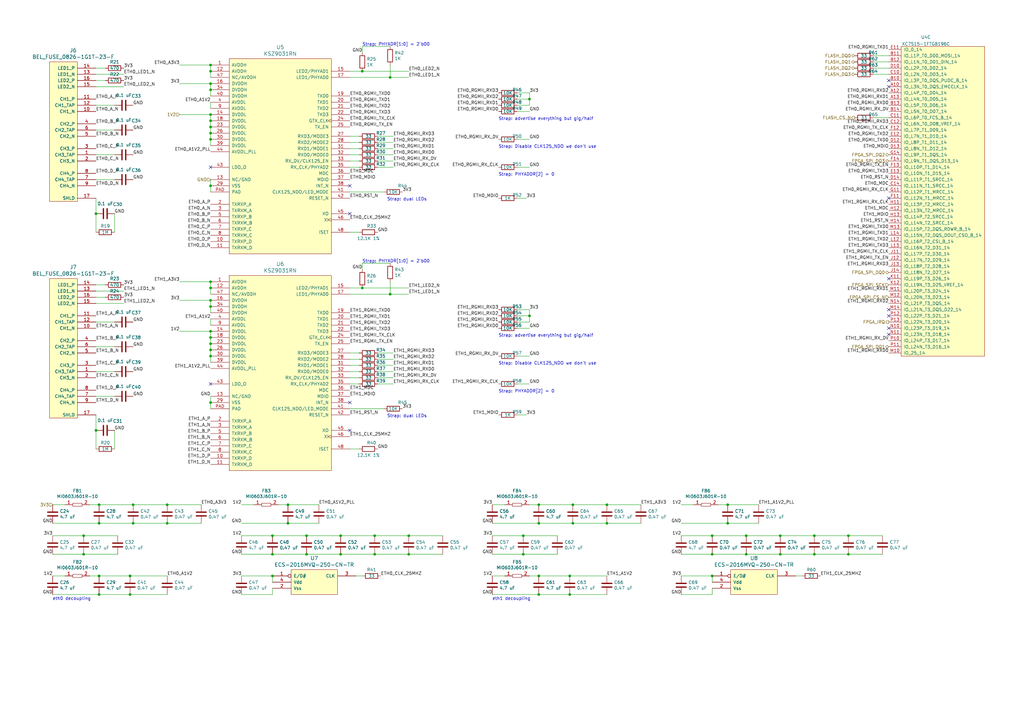
<source format=kicad_sch>
(kicad_sch (version 20211123) (generator eeschema)
  (paper "A3")
  (title_block (title "Active 10/100/1000baseT Tap") (date "2022-12-23") (rev "0.1") (company "Antikernel Labs") (comment 1 "Andrew D. Zonenberg"))
  (junction (at 139.7 227.33))
  (junction (at 86.36 26.67))
  (junction (at 86.36 46.99))
  (junction (at 334.01 227.33))
  (junction (at 86.36 146.05))
  (junction (at 86.36 125.73))
  (junction (at 234.95 214.63))
  (junction (at 40.64 207.01))
  (junction (at 292.1 236.22))
  (junction (at 298.45 214.63))
  (junction (at 320.04 227.33))
  (junction (at 306.07 219.71))
  (junction (at 220.98 236.22))
  (junction (at 220.98 243.84))
  (junction (at 86.36 34.29))
  (junction (at 111.76 219.71))
  (junction (at 125.73 219.71))
  (junction (at 86.36 123.19))
  (junction (at 167.64 227.33))
  (junction (at 220.98 214.63))
  (junction (at 34.29 227.33))
  (junction (at 139.7 219.71))
  (junction (at 160.02 120.65))
  (junction (at 53.34 243.84))
  (junction (at 68.58 207.01))
  (junction (at 306.07 227.33))
  (junction (at 111.76 227.33))
  (junction (at 40.64 236.22))
  (junction (at 233.68 236.22))
  (junction (at 347.98 219.71))
  (junction (at 148.59 118.11))
  (junction (at 217.17 129.54))
  (junction (at 214.63 227.33))
  (junction (at 86.36 135.89))
  (junction (at 86.36 57.15))
  (junction (at 86.36 29.21))
  (junction (at 86.36 143.51))
  (junction (at 248.92 207.01))
  (junction (at 320.04 219.71))
  (junction (at 111.76 236.22))
  (junction (at 68.58 214.63))
  (junction (at 153.67 227.33))
  (junction (at 54.61 214.63))
  (junction (at 86.36 140.97))
  (junction (at 148.59 29.21))
  (junction (at 39.37 176.53))
  (junction (at 160.02 31.75))
  (junction (at 214.63 219.71))
  (junction (at 86.36 36.83))
  (junction (at 53.34 236.22))
  (junction (at 118.11 207.01))
  (junction (at 40.64 243.84))
  (junction (at 86.36 138.43))
  (junction (at 40.64 214.63))
  (junction (at 34.29 219.71))
  (junction (at 248.92 214.63))
  (junction (at 347.98 227.33))
  (junction (at 220.98 207.01))
  (junction (at 153.67 219.71))
  (junction (at 86.36 118.11))
  (junction (at 233.68 243.84))
  (junction (at 167.64 219.71))
  (junction (at 54.61 207.01))
  (junction (at 118.11 214.63))
  (junction (at 86.36 115.57))
  (junction (at 298.45 207.01))
  (junction (at 292.1 227.33))
  (junction (at 86.36 49.53))
  (junction (at 125.73 227.33))
  (junction (at 39.37 87.63))
  (junction (at 217.17 40.64))
  (junction (at 86.36 54.61))
  (junction (at 234.95 207.01))
  (junction (at 86.36 52.07))
  (junction (at 292.1 219.71))
  (junction (at 334.01 219.71))
  (junction (at 86.36 165.1))
  (junction (at 86.36 76.2))
  (no_connect (at 143.51 165.1))
  (no_connect (at 143.51 176.53))
  (no_connect (at 364.49 134.62))
  (no_connect (at 143.51 87.63))
  (no_connect (at 364.49 35.56))
  (no_connect (at 364.49 127))
  (no_connect (at 364.49 129.54))
  (no_connect (at 364.49 114.3))
  (no_connect (at 364.49 137.16))
  (no_connect (at 364.49 81.28))
  (no_connect (at 86.36 157.48))
  (no_connect (at 364.49 33.02))
  (no_connect (at 143.51 76.2))
  (no_connect (at 86.36 68.58))
  (wire (pts (xy 46.99 162.56) (xy 39.37 162.56)))
  (wire (pts (xy 104.14 207.01) (xy 99.06 207.01)))
  (wire (pts (xy 73.66 46.99) (xy 86.36 46.99)))
  (wire (pts (xy 212.09 127) (xy 217.17 127)))
  (wire (pts (xy 86.36 29.21) (xy 86.36 31.75)))
  (wire (pts (xy 40.64 236.22) (xy 36.83 236.22)))
  (wire (pts (xy 86.36 26.67) (xy 86.36 29.21)))
  (wire (pts (xy 39.37 81.28) (xy 39.37 87.63)))
  (wire (pts (xy 86.36 125.73) (xy 86.36 128.27)))
  (wire (pts (xy 181.61 219.71) (xy 167.64 219.71)))
  (wire (pts (xy 39.37 124.46) (xy 50.8 124.46)))
  (wire (pts (xy 161.29 68.58) (xy 154.94 68.58)))
  (wire (pts (xy 167.64 227.33) (xy 181.61 227.33)))
  (wire (pts (xy 143.51 29.21) (xy 148.59 29.21)))
  (wire (pts (xy 86.36 115.57) (xy 86.36 118.11)))
  (wire (pts (xy 46.99 43.18) (xy 39.37 43.18)))
  (wire (pts (xy 212.09 132.08) (xy 217.17 132.08)))
  (wire (pts (xy 234.95 214.63) (xy 248.92 214.63)))
  (wire (pts (xy 161.29 157.48) (xy 154.94 157.48)))
  (wire (pts (xy 46.99 87.63) (xy 46.99 95.25)))
  (wire (pts (xy 99.06 236.22) (xy 111.76 236.22)))
  (wire (pts (xy 328.93 236.22) (xy 326.39 236.22)))
  (wire (pts (xy 147.32 68.58) (xy 143.51 68.58)))
  (wire (pts (xy 39.37 35.56) (xy 50.8 35.56)))
  (wire (pts (xy 68.58 214.63) (xy 82.55 214.63)))
  (wire (pts (xy 36.83 207.01) (xy 40.64 207.01)))
  (wire (pts (xy 212.09 38.1) (xy 217.17 38.1)))
  (wire (pts (xy 86.36 46.99) (xy 86.36 49.53)))
  (wire (pts (xy 217.17 207.01) (xy 220.98 207.01)))
  (wire (pts (xy 54.61 214.63) (xy 68.58 214.63)))
  (wire (pts (xy 40.64 214.63) (xy 54.61 214.63)))
  (wire (pts (xy 43.18 121.92) (xy 39.37 121.92)))
  (wire (pts (xy 153.67 219.71) (xy 139.7 219.71)))
  (wire (pts (xy 21.59 243.84) (xy 40.64 243.84)))
  (wire (pts (xy 233.68 236.22) (xy 220.98 236.22)))
  (wire (pts (xy 358.14 30.48) (xy 364.49 30.48)))
  (wire (pts (xy 86.36 73.66) (xy 86.36 76.2)))
  (wire (pts (xy 118.11 214.63) (xy 130.81 214.63)))
  (wire (pts (xy 320.04 227.33) (xy 334.01 227.33)))
  (wire (pts (xy 279.4 236.22) (xy 292.1 236.22)))
  (wire (pts (xy 73.66 34.29) (xy 86.36 34.29)))
  (wire (pts (xy 214.63 227.33) (xy 228.6 227.33)))
  (wire (pts (xy 46.99 132.08) (xy 39.37 132.08)))
  (wire (pts (xy 201.93 243.84) (xy 220.98 243.84)))
  (wire (pts (xy 284.48 207.01) (xy 279.4 207.01)))
  (wire (pts (xy 361.95 219.71) (xy 347.98 219.71)))
  (wire (pts (xy 217.17 43.18) (xy 217.17 40.64)))
  (wire (pts (xy 99.06 243.84) (xy 111.76 243.84)))
  (wire (pts (xy 160.02 120.65) (xy 167.64 120.65)))
  (wire (pts (xy 167.64 29.21) (xy 148.59 29.21)))
  (wire (pts (xy 82.55 207.01) (xy 68.58 207.01)))
  (wire (pts (xy 148.59 236.22) (xy 146.05 236.22)))
  (wire (pts (xy 358.14 22.86) (xy 364.49 22.86)))
  (wire (pts (xy 306.07 227.33) (xy 320.04 227.33)))
  (wire (pts (xy 292.1 227.33) (xy 306.07 227.33)))
  (wire (pts (xy 73.66 123.19) (xy 86.36 123.19)))
  (wire (pts (xy 347.98 219.71) (xy 334.01 219.71)))
  (wire (pts (xy 86.36 162.56) (xy 86.36 165.1)))
  (wire (pts (xy 292.1 219.71) (xy 279.4 219.71)))
  (wire (pts (xy 86.36 135.89) (xy 86.36 138.43)))
  (wire (pts (xy 167.64 219.71) (xy 153.67 219.71)))
  (wire (pts (xy 248.92 236.22) (xy 233.68 236.22)))
  (wire (pts (xy 148.59 21.59) (xy 148.59 19.05)))
  (wire (pts (xy 215.9 170.18) (xy 212.09 170.18)))
  (wire (pts (xy 147.32 95.25) (xy 143.51 95.25)))
  (wire (pts (xy 217.17 40.64) (xy 217.17 38.1)))
  (wire (pts (xy 34.29 219.71) (xy 48.26 219.71)))
  (wire (pts (xy 139.7 219.71) (xy 125.73 219.71)))
  (wire (pts (xy 201.93 214.63) (xy 220.98 214.63)))
  (wire (pts (xy 73.66 26.67) (xy 86.36 26.67)))
  (wire (pts (xy 86.36 143.51) (xy 86.36 146.05)))
  (wire (pts (xy 143.51 118.11) (xy 148.59 118.11)))
  (wire (pts (xy 147.32 152.4) (xy 143.51 152.4)))
  (wire (pts (xy 99.06 227.33) (xy 111.76 227.33)))
  (wire (pts (xy 212.09 40.64) (xy 217.17 40.64)))
  (wire (pts (xy 21.59 219.71) (xy 34.29 219.71)))
  (wire (pts (xy 53.34 236.22) (xy 40.64 236.22)))
  (wire (pts (xy 154.94 149.86) (xy 161.29 149.86)))
  (wire (pts (xy 148.59 110.49) (xy 148.59 107.95)))
  (wire (pts (xy 217.17 132.08) (xy 217.17 129.54)))
  (wire (pts (xy 46.99 53.34) (xy 39.37 53.34)))
  (wire (pts (xy 125.73 219.71) (xy 111.76 219.71)))
  (wire (pts (xy 34.29 227.33) (xy 48.26 227.33)))
  (wire (pts (xy 147.32 55.88) (xy 143.51 55.88)))
  (wire (pts (xy 207.01 236.22) (xy 201.93 236.22)))
  (wire (pts (xy 154.94 60.96) (xy 161.29 60.96)))
  (wire (pts (xy 86.36 76.2) (xy 86.36 78.74)))
  (wire (pts (xy 73.66 135.89) (xy 86.36 135.89)))
  (wire (pts (xy 111.76 227.33) (xy 125.73 227.33)))
  (wire (pts (xy 161.29 63.5) (xy 154.94 63.5)))
  (wire (pts (xy 40.64 243.84) (xy 53.34 243.84)))
  (wire (pts (xy 43.18 33.02) (xy 39.37 33.02)))
  (wire (pts (xy 139.7 227.33) (xy 153.67 227.33)))
  (wire (pts (xy 147.32 58.42) (xy 143.51 58.42)))
  (wire (pts (xy 262.89 207.01) (xy 248.92 207.01)))
  (wire (pts (xy 160.02 120.65) (xy 143.51 120.65)))
  (wire (pts (xy 217.17 68.58) (xy 212.09 68.58)))
  (wire (pts (xy 161.29 147.32) (xy 154.94 147.32)))
  (wire (pts (xy 217.17 57.15) (xy 212.09 57.15)))
  (wire (pts (xy 154.94 66.04) (xy 161.29 66.04)))
  (wire (pts (xy 54.61 207.01) (xy 40.64 207.01)))
  (wire (pts (xy 86.36 36.83) (xy 86.36 39.37)))
  (wire (pts (xy 118.11 207.01) (xy 114.3 207.01)))
  (wire (pts (xy 125.73 227.33) (xy 139.7 227.33)))
  (wire (pts (xy 148.59 107.95) (xy 160.02 107.95)))
  (wire (pts (xy 39.37 27.94) (xy 43.18 27.94)))
  (wire (pts (xy 86.36 165.1) (xy 86.36 167.64)))
  (wire (pts (xy 39.37 30.48) (xy 50.8 30.48)))
  (wire (pts (xy 111.76 219.71) (xy 99.06 219.71)))
  (wire (pts (xy 214.63 219.71) (xy 228.6 219.71)))
  (wire (pts (xy 160.02 26.67) (xy 160.02 31.75)))
  (wire (pts (xy 279.4 214.63) (xy 298.45 214.63)))
  (wire (pts (xy 111.76 236.22) (xy 111.76 238.76)))
  (wire (pts (xy 153.67 227.33) (xy 167.64 227.33)))
  (wire (pts (xy 46.99 73.66) (xy 39.37 73.66)))
  (wire (pts (xy 234.95 207.01) (xy 220.98 207.01)))
  (wire (pts (xy 86.36 140.97) (xy 86.36 143.51)))
  (wire (pts (xy 347.98 227.33) (xy 361.95 227.33)))
  (wire (pts (xy 160.02 115.57) (xy 160.02 120.65)))
  (wire (pts (xy 86.36 34.29) (xy 86.36 36.83)))
  (wire (pts (xy 39.37 63.5) (xy 46.99 63.5)))
  (wire (pts (xy 167.64 118.11) (xy 148.59 118.11)))
  (wire (pts (xy 86.36 41.91) (xy 86.36 44.45)))
  (wire (pts (xy 147.32 184.15) (xy 143.51 184.15)))
  (wire (pts (xy 220.98 236.22) (xy 217.17 236.22)))
  (wire (pts (xy 212.09 43.18) (xy 217.17 43.18)))
  (wire (pts (xy 86.36 52.07) (xy 86.36 54.61)))
  (wire (pts (xy 157.48 78.74) (xy 143.51 78.74)))
  (wire (pts (xy 86.36 54.61) (xy 86.36 57.15)))
  (wire (pts (xy 358.14 27.94) (xy 364.49 27.94)))
  (wire (pts (xy 306.07 219.71) (xy 292.1 219.71)))
  (wire (pts (xy 46.99 176.53) (xy 46.99 184.15)))
  (wire (pts (xy 39.37 116.84) (xy 43.18 116.84)))
  (wire (pts (xy 86.36 57.15) (xy 86.36 59.69)))
  (wire (pts (xy 320.04 219.71) (xy 306.07 219.71)))
  (wire (pts (xy 86.36 146.05) (xy 86.36 148.59)))
  (wire (pts (xy 147.32 147.32) (xy 143.51 147.32)))
  (wire (pts (xy 86.36 123.19) (xy 86.36 125.73)))
  (wire (pts (xy 39.37 152.4) (xy 46.99 152.4)))
  (wire (pts (xy 212.09 129.54) (xy 217.17 129.54)))
  (wire (pts (xy 220.98 214.63) (xy 234.95 214.63)))
  (wire (pts (xy 217.17 146.05) (xy 212.09 146.05)))
  (wire (pts (xy 154.94 154.94) (xy 161.29 154.94)))
  (wire (pts (xy 217.17 157.48) (xy 212.09 157.48)))
  (wire (pts (xy 147.32 63.5) (xy 143.51 63.5)))
  (wire (pts (xy 86.36 138.43) (xy 86.36 140.97)))
  (wire (pts (xy 21.59 214.63) (xy 40.64 214.63)))
  (wire (pts (xy 161.29 58.42) (xy 154.94 58.42)))
  (wire (pts (xy 298.45 207.01) (xy 294.64 207.01)))
  (wire (pts (xy 39.37 119.38) (xy 50.8 119.38)))
  (wire (pts (xy 147.32 154.94) (xy 143.51 154.94)))
  (wire (pts (xy 147.32 157.48) (xy 143.51 157.48)))
  (wire (pts (xy 248.92 207.01) (xy 234.95 207.01)))
  (wire (pts (xy 147.32 66.04) (xy 143.51 66.04)))
  (wire (pts (xy 292.1 243.84) (xy 292.1 241.3)))
  (wire (pts (xy 21.59 227.33) (xy 34.29 227.33)))
  (wire (pts (xy 147.32 60.96) (xy 143.51 60.96)))
  (wire (pts (xy 147.32 149.86) (xy 143.51 149.86)))
  (wire (pts (xy 201.93 227.33) (xy 214.63 227.33)))
  (wire (pts (xy 279.4 243.84) (xy 292.1 243.84)))
  (wire (pts (xy 130.81 207.01) (xy 118.11 207.01)))
  (wire (pts (xy 248.92 214.63) (xy 262.89 214.63)))
  (wire (pts (xy 160.02 31.75) (xy 167.64 31.75)))
  (wire (pts (xy 154.94 144.78) (xy 161.29 144.78)))
  (wire (pts (xy 147.32 144.78) (xy 143.51 144.78)))
  (wire (pts (xy 39.37 87.63) (xy 39.37 95.25)))
  (wire (pts (xy 334.01 219.71) (xy 320.04 219.71)))
  (wire (pts (xy 86.36 118.11) (xy 86.36 120.65)))
  (wire (pts (xy 220.98 243.84) (xy 233.68 243.84)))
  (wire (pts (xy 154.94 55.88) (xy 161.29 55.88)))
  (wire (pts (xy 217.17 129.54) (xy 217.17 127)))
  (wire (pts (xy 279.4 227.33) (xy 292.1 227.33)))
  (wire (pts (xy 39.37 176.53) (xy 39.37 184.15)))
  (wire (pts (xy 26.67 207.01) (xy 21.59 207.01)))
  (wire (pts (xy 292.1 236.22) (xy 292.1 238.76)))
  (wire (pts (xy 39.37 170.18) (xy 39.37 176.53)))
  (wire (pts (xy 311.15 207.01) (xy 298.45 207.01)))
  (wire (pts (xy 53.34 243.84) (xy 68.58 243.84)))
  (wire (pts (xy 73.66 115.57) (xy 86.36 115.57)))
  (wire (pts (xy 334.01 227.33) (xy 347.98 227.33)))
  (wire (pts (xy 86.36 130.81) (xy 86.36 133.35)))
  (wire (pts (xy 207.01 207.01) (xy 201.93 207.01)))
  (wire (pts (xy 68.58 236.22) (xy 53.34 236.22)))
  (wire (pts (xy 358.14 48.26) (xy 364.49 48.26)))
  (wire (pts (xy 68.58 207.01) (xy 54.61 207.01)))
  (wire (pts (xy 217.17 45.72) (xy 212.09 45.72)))
  (wire (pts (xy 157.48 167.64) (xy 143.51 167.64)))
  (wire (pts (xy 233.68 243.84) (xy 248.92 243.84)))
  (wire (pts (xy 161.29 152.4) (xy 154.94 152.4)))
  (wire (pts (xy 298.45 214.63) (xy 311.15 214.63)))
  (wire (pts (xy 217.17 134.62) (xy 212.09 134.62)))
  (wire (pts (xy 201.93 219.71) (xy 214.63 219.71)))
  (wire (pts (xy 148.59 19.05) (xy 160.02 19.05)))
  (wire (pts (xy 46.99 142.24) (xy 39.37 142.24)))
  (wire (pts (xy 26.67 236.22) (xy 21.59 236.22)))
  (wire (pts (xy 86.36 49.53) (xy 86.36 52.07)))
  (wire (pts (xy 160.02 31.75) (xy 143.51 31.75)))
  (wire (pts (xy 358.14 25.4) (xy 364.49 25.4)))
  (wire (pts (xy 215.9 81.28) (xy 212.09 81.28)))
  (wire (pts (xy 99.06 214.63) (xy 118.11 214.63)))
  (wire (pts (xy 111.76 243.84) (xy 111.76 241.3)))
  (text "Strap: advertise everything but gig/half" (at 204.47 138.43 0) (effects (font (size 1.27 1.27)) (justify left bottom)))
  (text "Strap: dual LEDs" (at 158.75 82.55 0) (effects (font (size 1.27 1.27)) (justify left bottom)))
  (text "Strap: PHYADDR[2] = 0" (at 204.47 72.39 0) (effects (font (size 1.27 1.27)) (justify left bottom)))
  (text "Strap: dual LEDs" (at 158.75 171.45 0) (effects (font (size 1.27 1.27)) (justify left bottom)))
  (text "Strap: PHYADDR[2] = 0" (at 204.47 161.29 0) (effects (font (size 1.27 1.27)) (justify left bottom)))
  (text "eth1 decoupling" (at 201.93 246.38 0) (effects (font (size 1.27 1.27)) (justify left bottom)))
  (text "Strap: advertise everything but gig/half" (at 204.47 49.53 0) (effects (font (size 1.27 1.27)) (justify left bottom)))
  (text "Strap: PHYADR[1:0] = 2'b00" (at 148.59 19.05 0) (effects (font (size 1.27 1.27)) (justify left bottom)))
  (text "Strap: PHYADR[1:0] = 2'b00" (at 148.59 107.95 0) (effects (font (size 1.27 1.27)) (justify left bottom)))
  (text "Strap: Disable CLK125_NDO we don't use" (at 204.47 149.86 0) (effects (font (size 1.27 1.27)) (justify left bottom)))
  (text "Strap: Disable CLK125_NDO we don't use" (at 204.47 60.96 0) (effects (font (size 1.27 1.27)) (justify left bottom)))
  (text "eth0 decoupling" (at 21.59 246.38 0) (effects (font (size 1.27 1.27)) (justify left bottom)))
  (label "ETH1_A_P" (at 86.36 172.72 180))
  (label "ETH0_LED2_N" (at 50.8 35.56 0))
  (label "ETH0_RGMII_TXD1" (at 143.51 41.91 0))
  (label "ETH1_RGMII_TXD1" (at 364.49 96.52 180))
  (label "ETH0_RGMII_RXD0" (at 364.49 43.18 180))
  (label "3V3" (at 217.17 38.1 0))
  (label "ETH1_A1V2_PLL" (at 311.15 207.01 0))
  (label "ETH0_RGMII_RX_DV" (at 204.47 57.15 180))
  (label "ETH1_A_P" (at 39.37 129.54 0))
  (label "3V3" (at 21.59 219.71 180))
  (label "1V2" (at 279.4 219.71 180))
  (label "ETH0_RGMII_TXD3" (at 364.49 71.12 180))
  (label "3V3" (at 50.8 121.92 0))
  (label "ETH0_B_N" (at 86.36 91.44 180))
  (label "ETH1_RGMII_RXD3" (at 364.49 109.22 180))
  (label "ETH1_D_P" (at 39.37 160.02 0))
  (label "ETH1_RGMII_TX_CLK" (at 364.49 104.14 180))
  (label "ETH0_RGMII_RXD3" (at 161.29 55.88 0))
  (label "ETH0_RGMII_TXD0" (at 143.51 39.37 0))
  (label "ETH1_RGMII_TX_CLK" (at 143.51 138.43 0))
  (label "ETH0_RGMII_RXD1" (at 204.47 43.18 180))
  (label "3V3" (at 50.8 116.84 0))
  (label "GND" (at 217.17 146.05 0))
  (label "3V3" (at 50.8 27.94 0))
  (label "3V3" (at 217.17 127 0))
  (label "GND" (at 201.93 227.33 180))
  (label "3V3" (at 50.8 33.02 0))
  (label "ETH1_RST_N" (at 143.51 170.18 0))
  (label "GND" (at 99.06 227.33 180))
  (label "GND" (at 54.61 162.56 0))
  (label "ETH1_RGMII_RX_DV" (at 204.47 146.05 180))
  (label "ETH1_RST_N" (at 364.49 91.44 180))
  (label "ETH0_A1V2" (at 86.36 41.91 180))
  (label "1V2" (at 73.66 135.89 180))
  (label "ETH0_C_P" (at 39.37 60.96 0))
  (label "1V2" (at 201.93 236.22 180))
  (label "ETH0_RGMII_TX_EN" (at 143.51 52.07 0))
  (label "GND" (at 279.4 243.84 180))
  (label "ETH0_RGMII_TXD0" (at 364.49 58.42 180))
  (label "GND" (at 86.36 162.56 180))
  (label "ETH1_LED1_N" (at 167.64 120.65 0))
  (label "1V2" (at 99.06 207.01 180))
  (label "ETH0_A1V2_PLL" (at 130.81 207.01 0))
  (label "GND" (at 217.17 157.48 0))
  (label "ETH1_RGMII_TXD0" (at 364.49 93.98 180))
  (label "ETH0_CLK_25MHZ" (at 156.21 236.22 0))
  (label "GND" (at 54.61 142.24 0))
  (label "ETH0_LED1_N" (at 167.64 31.75 0))
  (label "ETH1_RGMII_RXD3" (at 161.29 144.78 0))
  (label "GND" (at 46.99 87.63 0))
  (label "ETH0_A1V2" (at 68.58 236.22 0))
  (label "ETH1_MDC" (at 143.51 160.02 0))
  (label "ETH0_RGMII_TX_CLK" (at 143.51 49.53 0))
  (label "ETH0_RST_N" (at 364.49 73.66 180))
  (label "ETH1_RGMII_RXD2" (at 364.49 124.46 180))
  (label "ETH1_LED2_N" (at 50.8 124.46 0))
  (label "3V3" (at 201.93 219.71 180))
  (label "GND" (at 217.17 45.72 0))
  (label "ETH1_RGMII_RX_CLK" (at 364.49 83.82 180))
  (label "ETH0_C_N" (at 86.36 96.52 180))
  (label "GND" (at 54.61 73.66 0))
  (label "ETH0_D_N" (at 86.36 101.6 180))
  (label "ETH0_RGMII_TX_EN" (at 364.49 68.58 180))
  (label "ETH0_MDC" (at 143.51 71.12 0))
  (label "ETH1_B_N" (at 39.37 144.78 0))
  (label "ETH1_C_N" (at 86.36 185.42 180))
  (label "ETH1_A_N" (at 39.37 134.62 0))
  (label "GND" (at 99.06 243.84 180))
  (label "ETH0_RGMII_RXD3" (at 204.47 38.1 180))
  (label "ETH1_RGMII_RXD1" (at 204.47 132.08 180))
  (label "ETH1_RGMII_RX_CLK" (at 204.47 157.48 180))
  (label "ETH1_RGMII_RXD2" (at 204.47 129.54 180))
  (label "ETH0_RGMII_RX_DV" (at 364.49 45.72 180))
  (label "ETH1_A_N" (at 86.36 175.26 180))
  (label "GND" (at 154.94 95.25 0))
  (label "ETH1_D_P" (at 86.36 187.96 180))
  (label "GND" (at 201.93 243.84 180))
  (label "GND" (at 154.94 184.15 0))
  (label "ETH0_RGMII_RXD0" (at 161.29 63.5 0))
  (label "ETH1_RGMII_TX_EN" (at 143.51 140.97 0))
  (label "ETH1_RGMII_RXD2" (at 161.29 147.32 0))
  (label "ETH0_MDIO" (at 204.47 81.28 180))
  (label "ETH0_RGMII_RX_CLK" (at 204.47 68.58 180))
  (label "ETH1_MDC" (at 364.49 86.36 180))
  (label "GND" (at 54.61 132.08 0))
  (label "ETH0_A3V3" (at 82.55 207.01 0))
  (label "ETH1_C_P" (at 39.37 149.86 0))
  (label "ETH0_MDC" (at 364.49 76.2 180))
  (label "GND" (at 148.59 110.49 180))
  (label "3V3" (at 279.4 236.22 180))
  (label "ETH0_RGMII_RXD1" (at 364.49 40.64 180))
  (label "ETH1_D_N" (at 39.37 165.1 0))
  (label "ETH1_RGMII_RXD3" (at 204.47 127 180))
  (label "ETH1_RGMII_RXD0" (at 204.47 134.62 180))
  (label "ETH0_A_P" (at 39.37 40.64 0))
  (label "ETH0_RGMII_RXD2" (at 161.29 58.42 0))
  (label "ETH1_MDIO" (at 204.47 170.18 180))
  (label "ETH0_RGMII_TX_CLK" (at 364.49 53.34 180))
  (label "ETH1_RGMII_RX_DV" (at 364.49 139.7 180))
  (label "GND" (at 99.06 214.63 180))
  (label "ETH1_RGMII_RXD1" (at 364.49 119.38 180))
  (label "ETH1_RGMII_RXD0" (at 161.29 152.4 0))
  (label "ETH0_RST_N" (at 143.51 81.28 0))
  (label "ETH1_RGMII_RX_DV" (at 161.29 154.94 0))
  (label "ETH1_LED2_N" (at 167.64 118.11 0))
  (label "ETH1_RGMII_TXD3" (at 143.51 135.89 0))
  (label "ETH0_D_N" (at 39.37 76.2 0))
  (label "ETH0_LED2_N" (at 167.64 29.21 0))
  (label "3V3" (at 201.93 207.01 180))
  (label "ETH0_RGMII_RXD0" (at 204.47 45.72 180))
  (label "ETH1_RGMII_TXD2" (at 143.51 133.35 0))
  (label "GND" (at 201.93 214.63 180))
  (label "GND" (at 21.59 243.84 180))
  (label "ETH1_A3V3" (at 262.89 207.01 0))
  (label "ETH0_RGMII_TXD3" (at 143.51 46.99 0))
  (label "GND" (at 21.59 214.63 180))
  (label "GND" (at 217.17 68.58 0))
  (label "ETH0_D_P" (at 39.37 71.12 0))
  (label "ETH1_C_N" (at 39.37 154.94 0))
  (label "ETH0_RGMII_TXD2" (at 364.49 55.88 180))
  (label "ETH0_RGMII_TXD1" (at 364.49 20.32 180))
  (label "ETH0_A3V3" (at 73.66 26.67 180))
  (label "GND" (at 148.59 21.59 180))
  (label "ETH1_RGMII_TXD1" (at 143.51 130.81 0))
  (label "ETH1_A3V3" (at 73.66 115.57 180))
  (label "GND" (at 21.59 227.33 180))
  (label "1V2" (at 21.59 236.22 180))
  (label "3V3" (at 73.66 34.29 180))
  (label "ETH1_B_P" (at 86.36 177.8 180))
  (label "3V3" (at 215.9 81.28 0))
  (label "ETH1_A1V2" (at 86.36 130.81 180))
  (label "GND" (at 217.17 57.15 0))
  (label "3V3" (at 99.06 236.22 180))
  (label "ETH1_MDIO" (at 143.51 162.56 0))
  (label "1V2" (at 279.4 207.01 180))
  (label "ETH1_CLK_25MHZ" (at 336.55 236.22 0))
  (label "GND" (at 217.17 134.62 0))
  (label "GND" (at 54.61 152.4 0))
  (label "ETH1_RGMII_TXD0" (at 143.51 128.27 0))
  (label "ETH0_RGMII_RX_DV" (at 161.29 66.04 0))
  (label "ETH0_B_P" (at 86.36 88.9 180))
  (label "ETH1_A1V2_PLL" (at 86.36 151.13 180))
  (label "ETH1_B_P" (at 39.37 139.7 0))
  (label "3V3" (at 165.1 78.74 0))
  (label "ETH1_B_N" (at 86.36 180.34 180))
  (label "ETH0_A_N" (at 86.36 86.36 180))
  (label "3V3" (at 165.1 167.64 0))
  (label "ETH0_MDIO" (at 364.49 60.96 180))
  (label "ETH0_RGMII_RXD2" (at 204.47 40.64 180))
  (label "ETH0_C_N" (at 39.37 66.04 0))
  (label "GND" (at 54.61 63.5 0))
  (label "ETH1_C_P" (at 86.36 182.88 180))
  (label "ETH0_CLK_25MHZ" (at 143.51 90.17 0))
  (label "ETH1_MDIO" (at 364.49 88.9 180))
  (label "GND" (at 54.61 53.34 0))
  (label "GND" (at 54.61 43.18 0))
  (label "ETH0_A_N" (at 39.37 45.72 0))
  (label "GND" (at 279.4 227.33 180))
  (label "ETH1_RGMII_RX_CLK" (at 161.29 157.48 0))
  (label "ETH1_LED1_N" (at 50.8 119.38 0))
  (label "ETH1_RGMII_TX_EN" (at 364.49 106.68 180))
  (label "ETH1_RGMII_TXD3" (at 364.49 101.6 180))
  (label "1V2" (at 99.06 219.71 180))
  (label "ETH0_RGMII_TXD2" (at 143.51 44.45 0))
  (label "ETH0_C_P" (at 86.36 93.98 180))
  (label "ETH1_RGMII_TXD2" (at 364.49 99.06 180))
  (label "ETH0_RGMII_RXD3" (at 364.49 50.8 180))
  (label "GND" (at 279.4 214.63 180))
  (label "ETH1_RGMII_RXD1" (at 161.29 149.86 0))
  (label "ETH0_B_N" (at 39.37 55.88 0))
  (label "ETH0_A_P" (at 86.36 83.82 180))
  (label "3V3" (at 73.66 123.19 180))
  (label "ETH0_A1V2_PLL" (at 86.36 62.23 180))
  (label "ETH1_CLK_25MHZ" (at 143.51 179.07 0))
  (label "3V3" (at 215.9 170.18 0))
  (label "ETH0_B_P" (at 39.37 50.8 0))
  (label "ETH0_RGMII_RX_CLK" (at 161.29 68.58 0))
  (label "ETH0_RGMII_RXD2" (at 364.49 38.1 180))
  (label "ETH1_RGMII_RXD0" (at 364.49 144.78 180))
  (label "ETH0_RGMII_RXD1" (at 161.29 60.96 0))
  (label "ETH0_RGMII_RX_CLK" (at 364.49 78.74 180))
  (label "ETH0_LED1_N" (at 50.8 30.48 0))
  (label "ETH0_MDIO" (at 143.51 73.66 0))
  (label "GND" (at 46.99 176.53 0))
  (label "ETH1_D_N" (at 86.36 190.5 180))
  (label "ETH0_D_P" (at 86.36 99.06 180))
  (label "ETH1_A1V2" (at 248.92 236.22 0))
  (hierarchical_label "FLASH_DQ0" (shape bidirectional) (at 350.52 22.86 180))
  (hierarchical_label "FPGA_SPI_CS_N" (shape input) (at 364.49 121.92 180))
  (hierarchical_label "FLASH_DQ2" (shape bidirectional) (at 350.52 27.94 180))
  (hierarchical_label "FLASH_DQ1" (shape bidirectional) (at 350.52 25.4 180))
  (hierarchical_label "FPGA_SPI_DQ2" (shape bidirectional) (at 364.49 63.5 180))
  (hierarchical_label "FPGA_SPI_DQ3" (shape bidirectional) (at 364.49 66.04 180))
  (hierarchical_label "FPGA_SPI_SCK" (shape input) (at 364.49 116.84 180))
  (hierarchical_label "FPGA_IRQ" (shape output) (at 364.49 132.08 180))
  (hierarchical_label "FLASH_CS_N" (shape output) (at 350.52 48.26 180))
  (hierarchical_label "1V2" (shape input) (at 73.66 46.99 180))
  (hierarchical_label "3V3" (shape input) (at 21.59 207.01 180))
  (hierarchical_label "GND" (shape input) (at 86.36 73.66 180))
  (hierarchical_label "FLASH_DQ3" (shape bidirectional) (at 350.52 30.48 180))
  (hierarchical_label "FPGA_SPI_DQ1" (shape bidirectional) (at 364.49 142.24 180))
  (hierarchical_label "FPGA_SPI_DQ0" (shape bidirectional) (at 364.49 111.76 180))
  (symbol (lib_id "device:R") (at 43.18 95.25 270) (unit 1)
    (property "Reference" "R19" (at 43.18 92.71 90))
    (property "Value" "1M" (at 43.18 95.25 90))
    (property "Footprint" "azonenberg_pcb:EIA_0402_RES_NOSILK" (effects hide))
  )
  (symbol (lib_id "device:R") (at 151.13 55.88 270) (unit 1)
    (property "Reference" "R27" (at 156.21 54.61 90))
    (property "Value" "33" (at 151.13 55.88 90))
    (property "Footprint" "azonenberg_pcb:EIA_0402_RES_NOSILK" (effects hide))
  )
  (symbol (lib_id "device:C") (at 53.34 240.03 0) (unit 1)
    (property "Reference" "C41" (at 56.261 238.8616 0) (effects (justify left)))
    (property "Value" "0.47 uF" (at 56.261 241.173 0) (effects (justify left)))
    (property "Footprint" "azonenberg_pcb:EIA_0402_CAP_NOSILK" (effects hide))
  )
  (symbol (lib_id "device:R") (at 208.28 68.58 270) (unit 1)
    (property "Reference" "R51" (at 212.09 67.31 90))
    (property "Value" "10K" (at 208.28 68.58 90))
    (property "Footprint" "azonenberg_pcb:EIA_0402_RES_NOSILK" (effects hide))
  )
  (symbol (lib_id "passive-azonenberg:FERRITE_SMALL2") (at 212.09 207.01 0) (unit 1)
    (property "Reference" "FB4" (at 212.09 201.295 0))
    (property "Value" "MI0603J601R-10" (at 212.09 203.6064 0))
    (property "Footprint" "azonenberg_pcb:EIA_0603_INDUCTOR_NOSILK" (effects hide))
  )
  (symbol (lib_id "device:C") (at 118.11 210.82 0) (unit 1)
    (property "Reference" "C49" (at 121.031 209.6516 0) (effects (justify left)))
    (property "Value" "4.7 uF" (at 121.031 211.963 0) (effects (justify left)))
    (property "Footprint" "azonenberg_pcb:EIA_0603_CAP_NOSILK" (effects hide))
  )
  (symbol (lib_id "special-azonenberg:KSZ9031RN") (at 93.98 193.04 0) (unit 1)
    (property "Reference" "U6" (at 114.935 108.2802 0) (effects (font (size 1.524 1.524))))
    (property "Value" "KSZ9031RN" (at 114.935 110.9726 0) (effects (font (size 1.524 1.524))))
    (property "Footprint" "azonenberg_pcb:QFN_48_0.5MM_7x7MM" (effects hide))
  )
  (symbol (lib_id "device:C") (at 153.67 223.52 0) (unit 1)
    (property "Reference" "C53" (at 156.591 222.3516 0) (effects (justify left)))
    (property "Value" "0.47 uF" (at 156.591 224.663 0) (effects (justify left)))
    (property "Footprint" "azonenberg_pcb:EIA_0402_CAP_NOSILK" (effects hide))
  )
  (symbol (lib_id "device:R") (at 354.33 30.48 90) (unit 1)
    (property "Reference" "R64" (at 358.14 29.21 90))
    (property "Value" "33" (at 354.33 30.48 90))
    (property "Footprint" "azonenberg_pcb:EIA_0402_RES_NOSILK" (effects hide))
  )
  (symbol (lib_id "device:C") (at 248.92 210.82 0) (unit 1)
    (property "Reference" "C65" (at 251.841 209.6516 0) (effects (justify left)))
    (property "Value" "0.47 uF" (at 251.841 211.963 0) (effects (justify left)))
    (property "Footprint" "azonenberg_pcb:EIA_0402_CAP_NOSILK" (effects hide))
  )
  (symbol (lib_id "device:R") (at 148.59 25.4 0) (unit 1)
    (property "Reference" "R25" (at 150.368 24.2316 0) (effects (justify left)))
    (property "Value" "1K" (at 150.368 26.543 0) (effects (justify left)))
    (property "Footprint" "azonenberg_pcb:EIA_0402_RES_NOSILK" (effects hide))
  )
  (symbol (lib_id "device:C") (at 50.8 162.56 270) (unit 1)
    (property "Reference" "C40" (at 55.88 158.75 90))
    (property "Value" "0.1 uF" (at 50.8 158.4706 90))
    (property "Footprint" "azonenberg_pcb:EIA_0402_CAP_NOSILK" (effects hide))
  )
  (symbol (lib_id "device:R") (at 160.02 22.86 0) (unit 1)
    (property "Reference" "R42" (at 161.798 21.6916 0) (effects (justify left)))
    (property "Value" "1K" (at 161.798 24.003 0) (effects (justify left)))
    (property "Footprint" "azonenberg_pcb:EIA_0402_RES_NOSILK" (effects hide))
  )
  (symbol (lib_id "osc-azonenberg:OSC") (at 129.54 236.22 0) (unit 1)
    (property "Reference" "U7" (at 128.905 228.9302 0) (effects (font (size 1.524 1.524))))
    (property "Value" "ECS-2016MVQ-250-CN-TR" (at 128.905 231.6226 0) (effects (font (size 1.524 1.524))))
    (property "Footprint" "azonenberg_pcb:OSCILLATOR_2.0x1.6" (effects hide))
  )
  (symbol (lib_id "device:R") (at 208.28 45.72 270) (unit 1)
    (property "Reference" "R49" (at 212.09 44.45 90))
    (property "Value" "10K" (at 208.28 45.72 90))
    (property "Footprint" "azonenberg_pcb:EIA_0402_RES_NOSILK" (effects hide))
  )
  (symbol (lib_id "special-azonenberg:KSZ9031RN") (at 93.98 104.14 0) (unit 1)
    (property "Reference" "U5" (at 114.935 19.3802 0) (effects (font (size 1.524 1.524))))
    (property "Value" "KSZ9031RN" (at 114.935 22.0726 0) (effects (font (size 1.524 1.524))))
    (property "Footprint" "azonenberg_pcb:QFN_48_0.5MM_7x7MM" (effects hide))
  )
  (symbol (lib_id "device:C") (at 40.64 240.03 0) (unit 1)
    (property "Reference" "C29" (at 43.561 238.8616 0) (effects (justify left)))
    (property "Value" "4.7 uF" (at 43.561 241.173 0) (effects (justify left)))
    (property "Footprint" "azonenberg_pcb:EIA_0603_CAP_NOSILK" (effects hide))
  )
  (symbol (lib_id "device:R") (at 151.13 154.94 270) (unit 1)
    (property "Reference" "R38" (at 156.21 153.67 90))
    (property "Value" "33" (at 151.13 154.94 90))
    (property "Footprint" "azonenberg_pcb:EIA_0402_RES_NOSILK" (effects hide))
  )
  (symbol (lib_id "device:R") (at 208.28 43.18 270) (unit 1)
    (property "Reference" "R48" (at 212.09 41.91 90))
    (property "Value" "10K" (at 208.28 43.18 90))
    (property "Footprint" "azonenberg_pcb:EIA_0402_RES_NOSILK" (effects hide))
  )
  (symbol (lib_id "device:C") (at 279.4 223.52 0) (unit 1)
    (property "Reference" "C68" (at 282.321 222.3516 0) (effects (justify left)))
    (property "Value" "4.7 uF" (at 282.321 224.663 0) (effects (justify left)))
    (property "Footprint" "azonenberg_pcb:EIA_0603_CAP_NOSILK" (effects hide))
  )
  (symbol (lib_id "device:C") (at 48.26 223.52 0) (unit 1)
    (property "Reference" "C32" (at 51.181 222.3516 0) (effects (justify left)))
    (property "Value" "0.47 uF" (at 51.181 224.663 0) (effects (justify left)))
    (property "Footprint" "azonenberg_pcb:EIA_0402_CAP_NOSILK" (effects hide))
  )
  (symbol (lib_id "device:R") (at 208.28 146.05 270) (unit 1)
    (property "Reference" "R57" (at 212.09 144.78 90))
    (property "Value" "10K" (at 208.28 146.05 90))
    (property "Footprint" "azonenberg_pcb:EIA_0402_RES_NOSILK" (effects hide))
  )
  (symbol (lib_id "device:C") (at 262.89 210.82 0) (unit 1)
    (property "Reference" "C67" (at 265.811 209.6516 0) (effects (justify left)))
    (property "Value" "0.47 uF" (at 265.811 211.963 0) (effects (justify left)))
    (property "Footprint" "azonenberg_pcb:EIA_0402_CAP_NOSILK" (effects hide))
  )
  (symbol (lib_id "device:R") (at 152.4 236.22 270) (unit 1)
    (property "Reference" "R41" (at 152.4 233.68 90))
    (property "Value" "33" (at 152.4 236.22 90))
    (property "Footprint" "azonenberg_pcb:EIA_0402_RES_NOSILK" (effects hide))
  )
  (symbol (lib_id "device:R") (at 208.28 157.48 270) (unit 1)
    (property "Reference" "R58" (at 212.09 156.21 90))
    (property "Value" "10K" (at 208.28 157.48 90))
    (property "Footprint" "azonenberg_pcb:EIA_0402_RES_NOSILK" (effects hide))
  )
  (symbol (lib_id "device:R") (at 151.13 66.04 270) (unit 1)
    (property "Reference" "R31" (at 156.21 64.77 90))
    (property "Value" "33" (at 151.13 66.04 90))
    (property "Footprint" "azonenberg_pcb:EIA_0402_RES_NOSILK" (effects hide))
  )
  (symbol (lib_id "special-azonenberg:BEL_FUSE_0826-1G1T-23-F") (at 31.75 78.74 0) (mirror y) (unit 1)
    (property "Reference" "J6" (at 30.0482 20.6502 0) (effects (font (size 1.524 1.524))))
    (property "Value" "BEL_FUSE_0826-1G1T-23-F" (at 30.0482 23.3426 0) (effects (font (size 1.524 1.524))))
    (property "Footprint" "azonenberg_pcb:CONN_BELFUSE_0826_1G1T_23_F" (effects hide))
  )
  (symbol (lib_id "device:C") (at 21.59 223.52 0) (unit 1)
    (property "Reference" "C25" (at 24.511 222.3516 0) (effects (justify left)))
    (property "Value" "4.7 uF" (at 24.511 224.663 0) (effects (justify left)))
    (property "Footprint" "azonenberg_pcb:EIA_0603_CAP_NOSILK" (effects hide))
  )
  (symbol (lib_id "device:C") (at 43.18 176.53 270) (unit 1)
    (property "Reference" "C31" (at 48.26 172.72 90))
    (property "Value" "0.1 uF" (at 43.18 172.4406 90))
    (property "Footprint" "azonenberg_pcb:EIA_0402_CAP_NOSILK" (effects hide))
  )
  (symbol (lib_id "device:R") (at 151.13 95.25 270) (unit 1)
    (property "Reference" "R33" (at 152.4 92.71 90))
    (property "Value" "12.1K 1%" (at 151.13 97.79 90))
    (property "Footprint" "azonenberg_pcb:EIA_0402_RES_NOSILK" (effects hide))
  )
  (symbol (lib_id "device:R") (at 46.99 121.92 270) (unit 1)
    (property "Reference" "R24" (at 46.99 119.38 90))
    (property "Value" "470" (at 46.99 121.92 90))
    (property "Footprint" "azonenberg_pcb:EIA_0402_RES_NOSILK" (effects hide))
  )
  (symbol (lib_id "device:R") (at 161.29 78.74 270) (unit 1)
    (property "Reference" "R44" (at 165.1 76.2 90))
    (property "Value" "10K" (at 161.29 78.74 90))
    (property "Footprint" "azonenberg_pcb:EIA_0402_RES_NOSILK" (effects hide))
  )
  (symbol (lib_id "device:C") (at 234.95 210.82 0) (unit 1)
    (property "Reference" "C64" (at 237.871 209.6516 0) (effects (justify left)))
    (property "Value" "0.47 uF" (at 237.871 211.963 0) (effects (justify left)))
    (property "Footprint" "azonenberg_pcb:EIA_0402_CAP_NOSILK" (effects hide))
  )
  (symbol (lib_id "device:C") (at 201.93 240.03 0) (unit 1)
    (property "Reference" "C58" (at 204.851 238.8616 0) (effects (justify left)))
    (property "Value" "4.7 uF" (at 204.851 241.173 0) (effects (justify left)))
    (property "Footprint" "azonenberg_pcb:EIA_0603_CAP_NOSILK" (effects hide))
  )
  (symbol (lib_id "device:C") (at 50.8 132.08 270) (unit 1)
    (property "Reference" "C37" (at 55.88 128.27 90))
    (property "Value" "0.1 uF" (at 50.8 127.9906 90))
    (property "Footprint" "azonenberg_pcb:EIA_0402_CAP_NOSILK" (effects hide))
  )
  (symbol (lib_id "device:R") (at 208.28 134.62 270) (unit 1)
    (property "Reference" "R56" (at 212.09 133.35 90))
    (property "Value" "10K" (at 208.28 134.62 90))
    (property "Footprint" "azonenberg_pcb:EIA_0402_RES_NOSILK" (effects hide))
  )
  (symbol (lib_id "device:C") (at 181.61 223.52 0) (unit 1)
    (property "Reference" "C55" (at 184.531 222.3516 0) (effects (justify left)))
    (property "Value" "0.47 uF" (at 184.531 224.663 0) (effects (justify left)))
    (property "Footprint" "azonenberg_pcb:EIA_0402_CAP_NOSILK" (effects hide))
  )
  (symbol (lib_id "device:R") (at 354.33 22.86 90) (unit 1)
    (property "Reference" "R61" (at 358.14 21.59 90))
    (property "Value" "33" (at 354.33 22.86 90))
    (property "Footprint" "azonenberg_pcb:EIA_0402_RES_NOSILK" (effects hide))
  )
  (symbol (lib_id "device:C") (at 201.93 210.82 0) (unit 1)
    (property "Reference" "C56" (at 204.851 209.6516 0) (effects (justify left)))
    (property "Value" "4.7 uF" (at 204.851 211.963 0) (effects (justify left)))
    (property "Footprint" "azonenberg_pcb:EIA_0603_CAP_NOSILK" (effects hide))
  )
  (symbol (lib_id "device:C") (at 248.92 240.03 0) (unit 1)
    (property "Reference" "C66" (at 251.841 238.8616 0) (effects (justify left)))
    (property "Value" "0.47 uF" (at 251.841 241.173 0) (effects (justify left)))
    (property "Footprint" "azonenberg_pcb:EIA_0402_CAP_NOSILK" (effects hide))
  )
  (symbol (lib_id "device:R") (at 354.33 27.94 90) (unit 1)
    (property "Reference" "R63" (at 358.14 26.67 90))
    (property "Value" "33" (at 354.33 27.94 90))
    (property "Footprint" "azonenberg_pcb:EIA_0402_RES_NOSILK" (effects hide))
  )
  (symbol (lib_id "device:R") (at 208.28 38.1 270) (unit 1)
    (property "Reference" "R46" (at 212.09 36.83 90))
    (property "Value" "10K" (at 208.28 38.1 90))
    (property "Footprint" "azonenberg_pcb:EIA_0402_RES_NOSILK" (effects hide))
  )
  (symbol (lib_id "device:C") (at 167.64 223.52 0) (unit 1)
    (property "Reference" "C54" (at 170.561 222.3516 0) (effects (justify left)))
    (property "Value" "0.47 uF" (at 170.561 224.663 0) (effects (justify left)))
    (property "Footprint" "azonenberg_pcb:EIA_0402_CAP_NOSILK" (effects hide))
  )
  (symbol (lib_id "device:R") (at 354.33 48.26 90) (unit 1)
    (property "Reference" "R65" (at 358.14 46.99 90))
    (property "Value" "33" (at 354.33 48.26 90))
    (property "Footprint" "azonenberg_pcb:EIA_0402_RES_NOSILK" (effects hide))
  )
  (symbol (lib_id "device:C") (at 50.8 73.66 270) (unit 1)
    (property "Reference" "C36" (at 55.88 69.85 90))
    (property "Value" "0.1 uF" (at 50.8 69.5706 90))
    (property "Footprint" "azonenberg_pcb:EIA_0402_CAP_NOSILK" (effects hide))
  )
  (symbol (lib_id "device:C") (at 334.01 223.52 0) (unit 1)
    (property "Reference" "C75" (at 336.931 222.3516 0) (effects (justify left)))
    (property "Value" "0.47 uF" (at 336.931 224.663 0) (effects (justify left)))
    (property "Footprint" "azonenberg_pcb:EIA_0402_CAP_NOSILK" (effects hide))
  )
  (symbol (lib_id "device:C") (at 34.29 223.52 0) (unit 1)
    (property "Reference" "C27" (at 37.211 222.3516 0) (effects (justify left)))
    (property "Value" "0.47 uF" (at 37.211 224.663 0) (effects (justify left)))
    (property "Footprint" "azonenberg_pcb:EIA_0402_CAP_NOSILK" (effects hide))
  )
  (symbol (lib_id "device:C") (at 292.1 223.52 0) (unit 1)
    (property "Reference" "C70" (at 295.021 222.3516 0) (effects (justify left)))
    (property "Value" "0.47 uF" (at 295.021 224.663 0) (effects (justify left)))
    (property "Footprint" "azonenberg_pcb:EIA_0402_CAP_NOSILK" (effects hide))
  )
  (symbol (lib_id "device:C") (at 201.93 223.52 0) (unit 1)
    (property "Reference" "C57" (at 204.851 222.3516 0) (effects (justify left)))
    (property "Value" "4.7 uF" (at 204.851 224.663 0) (effects (justify left)))
    (property "Footprint" "azonenberg_pcb:EIA_0603_CAP_NOSILK" (effects hide))
  )
  (symbol (lib_id "device:C") (at 220.98 210.82 0) (unit 1)
    (property "Reference" "C60" (at 223.901 209.6516 0) (effects (justify left)))
    (property "Value" "4.7 uF" (at 223.901 211.963 0) (effects (justify left)))
    (property "Footprint" "azonenberg_pcb:EIA_0603_CAP_NOSILK" (effects hide))
  )
  (symbol (lib_id "device:C") (at 50.8 53.34 270) (unit 1)
    (property "Reference" "C34" (at 55.88 49.53 90))
    (property "Value" "0.1 uF" (at 50.8 49.2506 90))
    (property "Footprint" "azonenberg_pcb:EIA_0402_CAP_NOSILK" (effects hide))
  )
  (symbol (lib_id "passive-azonenberg:FERRITE_SMALL2") (at 289.56 207.01 0) (unit 1)
    (property "Reference" "FB6" (at 289.56 201.295 0))
    (property "Value" "MI0603J601R-10" (at 289.56 203.6064 0))
    (property "Footprint" "azonenberg_pcb:EIA_0603_INDUCTOR_NOSILK" (effects hide))
  )
  (symbol (lib_id "device:C") (at 320.04 223.52 0) (unit 1)
    (property "Reference" "C74" (at 322.961 222.3516 0) (effects (justify left)))
    (property "Value" "0.47 uF" (at 322.961 224.663 0) (effects (justify left)))
    (property "Footprint" "azonenberg_pcb:EIA_0402_CAP_NOSILK" (effects hide))
  )
  (symbol (lib_id "device:R") (at 208.28 129.54 270) (unit 1)
    (property "Reference" "R54" (at 212.09 128.27 90))
    (property "Value" "10K" (at 208.28 129.54 90))
    (property "Footprint" "azonenberg_pcb:EIA_0402_RES_NOSILK" (effects hide))
  )
  (symbol (lib_id "device:R") (at 151.13 60.96 270) (unit 1)
    (property "Reference" "R29" (at 156.21 59.69 90))
    (property "Value" "33" (at 151.13 60.96 90))
    (property "Footprint" "azonenberg_pcb:EIA_0402_RES_NOSILK" (effects hide))
  )
  (symbol (lib_id "device:R") (at 151.13 58.42 270) (unit 1)
    (property "Reference" "R28" (at 156.21 57.15 90))
    (property "Value" "33" (at 151.13 58.42 90))
    (property "Footprint" "azonenberg_pcb:EIA_0402_RES_NOSILK" (effects hide))
  )
  (symbol (lib_id "device:C") (at 214.63 223.52 0) (unit 1)
    (property "Reference" "C59" (at 217.551 222.3516 0) (effects (justify left)))
    (property "Value" "0.47 uF" (at 217.551 224.663 0) (effects (justify left)))
    (property "Footprint" "azonenberg_pcb:EIA_0402_CAP_NOSILK" (effects hide))
  )
  (symbol (lib_id "device:C") (at 228.6 223.52 0) (unit 1)
    (property "Reference" "C62" (at 231.521 222.3516 0) (effects (justify left)))
    (property "Value" "0.47 uF" (at 231.521 224.663 0) (effects (justify left)))
    (property "Footprint" "azonenberg_pcb:EIA_0402_CAP_NOSILK" (effects hide))
  )
  (symbol (lib_id "passive-azonenberg:FERRITE_SMALL2") (at 31.75 236.22 0) (unit 1)
    (property "Reference" "FB2" (at 31.75 230.505 0))
    (property "Value" "MI0603J601R-10" (at 31.75 232.8164 0))
    (property "Footprint" "azonenberg_pcb:EIA_0603_INDUCTOR_NOSILK" (effects hide))
  )
  (symbol (lib_id "device:R") (at 208.28 40.64 270) (unit 1)
    (property "Reference" "R47" (at 212.09 39.37 90))
    (property "Value" "10K" (at 208.28 40.64 90))
    (property "Footprint" "azonenberg_pcb:EIA_0402_RES_NOSILK" (effects hide))
  )
  (symbol (lib_id "device:C") (at 279.4 240.03 0) (unit 1)
    (property "Reference" "C69" (at 282.321 238.8616 0) (effects (justify left)))
    (property "Value" "0.47 uF" (at 282.321 241.173 0) (effects (justify left)))
    (property "Footprint" "azonenberg_pcb:EIA_0402_CAP_NOSILK" (effects hide))
  )
  (symbol (lib_id "device:R") (at 151.13 68.58 270) (unit 1)
    (property "Reference" "R32" (at 156.21 67.31 90))
    (property "Value" "33" (at 151.13 68.58 90))
    (property "Footprint" "azonenberg_pcb:EIA_0402_RES_NOSILK" (effects hide))
  )
  (symbol (lib_id "device:R") (at 46.99 33.02 270) (unit 1)
    (property "Reference" "R22" (at 46.99 30.48 90))
    (property "Value" "470" (at 46.99 33.02 90))
    (property "Footprint" "azonenberg_pcb:EIA_0402_RES_NOSILK" (effects hide))
  )
  (symbol (lib_id "device:C") (at 40.64 210.82 0) (unit 1)
    (property "Reference" "C28" (at 43.561 209.6516 0) (effects (justify left)))
    (property "Value" "4.7 uF" (at 43.561 211.963 0) (effects (justify left)))
    (property "Footprint" "azonenberg_pcb:EIA_0603_CAP_NOSILK" (effects hide))
  )
  (symbol (lib_id "device:C") (at 68.58 210.82 0) (unit 1)
    (property "Reference" "C43" (at 71.501 209.6516 0) (effects (justify left)))
    (property "Value" "0.47 uF" (at 71.501 211.963 0) (effects (justify left)))
    (property "Footprint" "azonenberg_pcb:EIA_0402_CAP_NOSILK" (effects hide))
  )
  (symbol (lib_id "device:C") (at 125.73 223.52 0) (unit 1)
    (property "Reference" "C50" (at 128.651 222.3516 0) (effects (justify left)))
    (property "Value" "0.47 uF" (at 128.651 224.663 0) (effects (justify left)))
    (property "Footprint" "azonenberg_pcb:EIA_0402_CAP_NOSILK" (effects hide))
  )
  (symbol (lib_id "device:R") (at 161.29 167.64 270) (unit 1)
    (property "Reference" "R45" (at 165.1 165.1 90))
    (property "Value" "10K" (at 161.29 167.64 90))
    (property "Footprint" "azonenberg_pcb:EIA_0402_RES_NOSILK" (effects hide))
  )
  (symbol (lib_id "device:C") (at 347.98 223.52 0) (unit 1)
    (property "Reference" "C76" (at 350.901 222.3516 0) (effects (justify left)))
    (property "Value" "0.47 uF" (at 350.901 224.663 0) (effects (justify left)))
    (property "Footprint" "azonenberg_pcb:EIA_0402_CAP_NOSILK" (effects hide))
  )
  (symbol (lib_id "device:C") (at 54.61 210.82 0) (unit 1)
    (property "Reference" "C42" (at 57.531 209.6516 0) (effects (justify left)))
    (property "Value" "0.47 uF" (at 57.531 211.963 0) (effects (justify left)))
    (property "Footprint" "azonenberg_pcb:EIA_0402_CAP_NOSILK" (effects hide))
  )
  (symbol (lib_id "device:R") (at 208.28 170.18 270) (unit 1)
    (property "Reference" "R59" (at 212.09 168.91 90))
    (property "Value" "1K" (at 208.28 170.18 90))
    (property "Footprint" "azonenberg_pcb:EIA_0402_RES_NOSILK" (effects hide))
  )
  (symbol (lib_id "device:R") (at 148.59 114.3 0) (unit 1)
    (property "Reference" "R26" (at 150.368 113.1316 0) (effects (justify left)))
    (property "Value" "1K" (at 150.368 115.443 0) (effects (justify left)))
    (property "Footprint" "azonenberg_pcb:EIA_0402_RES_NOSILK" (effects hide))
  )
  (symbol (lib_id "device:C") (at 311.15 210.82 0) (unit 1)
    (property "Reference" "C73" (at 314.071 209.6516 0) (effects (justify left)))
    (property "Value" "0.47 uF" (at 314.071 211.963 0) (effects (justify left)))
    (property "Footprint" "azonenberg_pcb:EIA_0402_CAP_NOSILK" (effects hide))
  )
  (symbol (lib_id "device:C") (at 50.8 142.24 270) (unit 1)
    (property "Reference" "C38" (at 55.88 138.43 90))
    (property "Value" "0.1 uF" (at 50.8 138.1506 90))
    (property "Footprint" "azonenberg_pcb:EIA_0402_CAP_NOSILK" (effects hide))
  )
  (symbol (lib_id "device:R") (at 208.28 127 270) (unit 1)
    (property "Reference" "R53" (at 212.09 125.73 90))
    (property "Value" "10K" (at 208.28 127 90))
    (property "Footprint" "azonenberg_pcb:EIA_0402_RES_NOSILK" (effects hide))
  )
  (symbol (lib_id "passive-azonenberg:FERRITE_SMALL2") (at 109.22 207.01 0) (unit 1)
    (property "Reference" "FB3" (at 109.22 201.295 0))
    (property "Value" "MI0603J601R-10" (at 109.22 203.6064 0))
    (property "Footprint" "azonenberg_pcb:EIA_0603_INDUCTOR_NOSILK" (effects hide))
  )
  (symbol (lib_id "device:R") (at 46.99 27.94 270) (unit 1)
    (property "Reference" "R21" (at 46.99 25.4 90))
    (property "Value" "470" (at 46.99 27.94 90))
    (property "Footprint" "azonenberg_pcb:EIA_0402_RES_NOSILK" (effects hide))
  )
  (symbol (lib_id "device:R") (at 208.28 132.08 270) (unit 1)
    (property "Reference" "R55" (at 212.09 130.81 90))
    (property "Value" "10K" (at 208.28 132.08 90))
    (property "Footprint" "azonenberg_pcb:EIA_0402_RES_NOSILK" (effects hide))
  )
  (symbol (lib_id "device:R") (at 160.02 111.76 0) (unit 1)
    (property "Reference" "R43" (at 161.798 110.5916 0) (effects (justify left)))
    (property "Value" "1K" (at 161.798 112.903 0) (effects (justify left)))
    (property "Footprint" "azonenberg_pcb:EIA_0402_RES_NOSILK" (effects hide))
  )
  (symbol (lib_id "device:C") (at 361.95 223.52 0) (unit 1)
    (property "Reference" "C77" (at 364.871 222.3516 0) (effects (justify left)))
    (property "Value" "0.47 uF" (at 364.871 224.663 0) (effects (justify left)))
    (property "Footprint" "azonenberg_pcb:EIA_0402_CAP_NOSILK" (effects hide))
  )
  (symbol (lib_id "device:C") (at 68.58 240.03 0) (unit 1)
    (property "Reference" "C44" (at 71.501 238.8616 0) (effects (justify left)))
    (property "Value" "0.47 uF" (at 71.501 241.173 0) (effects (justify left)))
    (property "Footprint" "azonenberg_pcb:EIA_0402_CAP_NOSILK" (effects hide))
  )
  (symbol (lib_id "device:C") (at 139.7 223.52 0) (unit 1)
    (property "Reference" "C52" (at 142.621 222.3516 0) (effects (justify left)))
    (property "Value" "0.47 uF" (at 142.621 224.663 0) (effects (justify left)))
    (property "Footprint" "azonenberg_pcb:EIA_0402_CAP_NOSILK" (effects hide))
  )
  (symbol (lib_id "device:C") (at 43.18 87.63 270) (unit 1)
    (property "Reference" "C30" (at 48.26 83.82 90))
    (property "Value" "0.1 uF" (at 43.18 83.5406 90))
    (property "Footprint" "azonenberg_pcb:EIA_0402_CAP_NOSILK" (effects hide))
  )
  (symbol (lib_id "device:R") (at 151.13 63.5 270) (unit 1)
    (property "Reference" "R30" (at 156.21 62.23 90))
    (property "Value" "33" (at 151.13 63.5 90))
    (property "Footprint" "azonenberg_pcb:EIA_0402_RES_NOSILK" (effects hide))
  )
  (symbol (lib_id "device:R") (at 151.13 184.15 270) (unit 1)
    (property "Reference" "R40" (at 152.4 181.61 90))
    (property "Value" "12.1K 1%" (at 151.13 186.69 90))
    (property "Footprint" "azonenberg_pcb:EIA_0402_RES_NOSILK" (effects hide))
  )
  (symbol (lib_id "special-azonenberg:BEL_FUSE_0826-1G1T-23-F") (at 31.75 167.64 0) (mirror y) (unit 1)
    (property "Reference" "J7" (at 30.0482 109.5502 0) (effects (font (size 1.524 1.524))))
    (property "Value" "BEL_FUSE_0826-1G1T-23-F" (at 30.0482 112.2426 0) (effects (font (size 1.524 1.524))))
    (property "Footprint" "azonenberg_pcb:CONN_BELFUSE_0826_1G1T_23_F" (effects hide))
  )
  (symbol (lib_id "device:C") (at 99.06 240.03 0) (unit 1)
    (property "Reference" "C47" (at 101.981 238.8616 0) (effects (justify left)))
    (property "Value" "0.47 uF" (at 101.981 241.173 0) (effects (justify left)))
    (property "Footprint" "azonenberg_pcb:EIA_0402_CAP_NOSILK" (effects hide))
  )
  (symbol (lib_id "device:C") (at 21.59 210.82 0) (unit 1)
    (property "Reference" "C24" (at 24.511 209.6516 0) (effects (justify left)))
    (property "Value" "4.7 uF" (at 24.511 211.963 0) (effects (justify left)))
    (property "Footprint" "azonenberg_pcb:EIA_0603_CAP_NOSILK" (effects hide))
  )
  (symbol (lib_id "device:C") (at 298.45 210.82 0) (unit 1)
    (property "Reference" "C71" (at 301.371 209.6516 0) (effects (justify left)))
    (property "Value" "4.7 uF" (at 301.371 211.963 0) (effects (justify left)))
    (property "Footprint" "azonenberg_pcb:EIA_0603_CAP_NOSILK" (effects hide))
  )
  (symbol (lib_id "device:R") (at 46.99 116.84 270) (unit 1)
    (property "Reference" "R23" (at 46.99 114.3 90))
    (property "Value" "470" (at 46.99 116.84 90))
    (property "Footprint" "azonenberg_pcb:EIA_0402_RES_NOSILK" (effects hide))
  )
  (symbol (lib_id "device:R") (at 354.33 25.4 90) (unit 1)
    (property "Reference" "R62" (at 358.14 24.13 90))
    (property "Value" "33" (at 354.33 25.4 90))
    (property "Footprint" "azonenberg_pcb:EIA_0402_RES_NOSILK" (effects hide))
  )
  (symbol (lib_id "passive-azonenberg:FERRITE_SMALL2") (at 212.09 236.22 0) (unit 1)
    (property "Reference" "FB5" (at 212.09 230.505 0))
    (property "Value" "MI0603J601R-10" (at 212.09 232.8164 0))
    (property "Footprint" "azonenberg_pcb:EIA_0603_INDUCTOR_NOSILK" (effects hide))
  )
  (symbol (lib_id "xilinx-azonenberg:XC7Sx-FTGB196") (at 369.57 146.05 0) (unit 3)
    (property "Reference" "U4" (at 379.73 15.24 0))
    (property "Value" "XC7S15-1FTGB196C" (at 379.73 18.0151 0))
    (property "Footprint" "azonenberg_pcb:BGA_196_15x15_FULLARRAY_1MM_FTGB196" (effects hide))
  )
  (symbol (lib_id "device:R") (at 151.13 149.86 270) (unit 1)
    (property "Reference" "R36" (at 156.21 148.59 90))
    (property "Value" "33" (at 151.13 149.86 90))
    (property "Footprint" "azonenberg_pcb:EIA_0402_RES_NOSILK" (effects hide))
  )
  (symbol (lib_id "device:R") (at 151.13 157.48 270) (unit 1)
    (property "Reference" "R39" (at 156.21 156.21 90))
    (property "Value" "33" (at 151.13 157.48 90))
    (property "Footprint" "azonenberg_pcb:EIA_0402_RES_NOSILK" (effects hide))
  )
  (symbol (lib_id "passive-azonenberg:FERRITE_SMALL2") (at 31.75 207.01 0) (unit 1)
    (property "Reference" "FB1" (at 31.75 201.295 0))
    (property "Value" "MI0603J601R-10" (at 31.75 203.6064 0))
    (property "Footprint" "azonenberg_pcb:EIA_0603_INDUCTOR_NOSILK" (effects hide))
  )
  (symbol (lib_id "device:R") (at 151.13 147.32 270) (unit 1)
    (property "Reference" "R35" (at 156.21 146.05 90))
    (property "Value" "33" (at 151.13 147.32 90))
    (property "Footprint" "azonenberg_pcb:EIA_0402_RES_NOSILK" (effects hide))
  )
  (symbol (lib_id "device:C") (at 233.68 240.03 0) (unit 1)
    (property "Reference" "C63" (at 236.601 238.8616 0) (effects (justify left)))
    (property "Value" "0.47 uF" (at 236.601 241.173 0) (effects (justify left)))
    (property "Footprint" "azonenberg_pcb:EIA_0402_CAP_NOSILK" (effects hide))
  )
  (symbol (lib_id "device:C") (at 111.76 223.52 0) (unit 1)
    (property "Reference" "C48" (at 114.681 222.3516 0) (effects (justify left)))
    (property "Value" "0.47 uF" (at 114.681 224.663 0) (effects (justify left)))
    (property "Footprint" "azonenberg_pcb:EIA_0402_CAP_NOSILK" (effects hide))
  )
  (symbol (lib_id "device:C") (at 220.98 240.03 0) (unit 1)
    (property "Reference" "C61" (at 223.901 238.8616 0) (effects (justify left)))
    (property "Value" "4.7 uF" (at 223.901 241.173 0) (effects (justify left)))
    (property "Footprint" "azonenberg_pcb:EIA_0603_CAP_NOSILK" (effects hide))
  )
  (symbol (lib_id "osc-azonenberg:OSC") (at 309.88 236.22 0) (unit 1)
    (property "Reference" "U8" (at 309.245 228.9302 0) (effects (font (size 1.524 1.524))))
    (property "Value" "ECS-2016MVQ-250-CN-TR" (at 309.245 231.6226 0) (effects (font (size 1.524 1.524))))
    (property "Footprint" "azonenberg_pcb:OSCILLATOR_2.0x1.6" (effects hide))
  )
  (symbol (lib_id "device:C") (at 99.06 223.52 0) (unit 1)
    (property "Reference" "C46" (at 101.981 222.3516 0) (effects (justify left)))
    (property "Value" "4.7 uF" (at 101.981 224.663 0) (effects (justify left)))
    (property "Footprint" "azonenberg_pcb:EIA_0603_CAP_NOSILK" (effects hide))
  )
  (symbol (lib_id "device:C") (at 50.8 43.18 270) (unit 1)
    (property "Reference" "C33" (at 55.88 39.37 90))
    (property "Value" "0.1 uF" (at 50.8 39.0906 90))
    (property "Footprint" "azonenberg_pcb:EIA_0402_CAP_NOSILK" (effects hide))
  )
  (symbol (lib_id "device:R") (at 43.18 184.15 270) (unit 1)
    (property "Reference" "R20" (at 43.18 181.61 90))
    (property "Value" "1M" (at 43.18 184.15 90))
    (property "Footprint" "azonenberg_pcb:EIA_0402_RES_NOSILK" (effects hide))
  )
  (symbol (lib_id "device:R") (at 208.28 57.15 270) (unit 1)
    (property "Reference" "R50" (at 212.09 55.88 90))
    (property "Value" "10K" (at 208.28 57.15 90))
    (property "Footprint" "azonenberg_pcb:EIA_0402_RES_NOSILK" (effects hide))
  )
  (symbol (lib_id "device:C") (at 50.8 63.5 270) (unit 1)
    (property "Reference" "C35" (at 55.88 59.69 90))
    (property "Value" "0.1 uF" (at 50.8 59.4106 90))
    (property "Footprint" "azonenberg_pcb:EIA_0402_CAP_NOSILK" (effects hide))
  )
  (symbol (lib_id "device:R") (at 332.74 236.22 270) (unit 1)
    (property "Reference" "R60" (at 332.74 233.68 90))
    (property "Value" "33" (at 332.74 236.22 90))
    (property "Footprint" "azonenberg_pcb:EIA_0402_RES_NOSILK" (effects hide))
  )
  (symbol (lib_id "device:C") (at 50.8 152.4 270) (unit 1)
    (property "Reference" "C39" (at 55.88 148.59 90))
    (property "Value" "0.1 uF" (at 50.8 148.3106 90))
    (property "Footprint" "azonenberg_pcb:EIA_0402_CAP_NOSILK" (effects hide))
  )
  (symbol (lib_id "device:C") (at 130.81 210.82 0) (unit 1)
    (property "Reference" "C51" (at 133.731 209.6516 0) (effects (justify left)))
    (property "Value" "0.47 uF" (at 133.731 211.963 0) (effects (justify left)))
    (property "Footprint" "azonenberg_pcb:EIA_0402_CAP_NOSILK" (effects hide))
  )
  (symbol (lib_id "device:R") (at 208.28 81.28 270) (unit 1)
    (property "Reference" "R52" (at 212.09 80.01 90))
    (property "Value" "1K" (at 208.28 81.28 90))
    (property "Footprint" "azonenberg_pcb:EIA_0402_RES_NOSILK" (effects hide))
  )
  (symbol (lib_id "device:C") (at 306.07 223.52 0) (unit 1)
    (property "Reference" "C72" (at 308.991 222.3516 0) (effects (justify left)))
    (property "Value" "0.47 uF" (at 308.991 224.663 0) (effects (justify left)))
    (property "Footprint" "azonenberg_pcb:EIA_0402_CAP_NOSILK" (effects hide))
  )
  (symbol (lib_id "device:C") (at 21.59 240.03 0) (unit 1)
    (property "Reference" "C26" (at 24.511 238.8616 0) (effects (justify left)))
    (property "Value" "4.7 uF" (at 24.511 241.173 0) (effects (justify left)))
    (property "Footprint" "azonenberg_pcb:EIA_0603_CAP_NOSILK" (effects hide))
  )
  (symbol (lib_id "device:R") (at 151.13 144.78 270) (unit 1)
    (property "Reference" "R34" (at 156.21 143.51 90))
    (property "Value" "33" (at 151.13 144.78 90))
    (property "Footprint" "azonenberg_pcb:EIA_0402_RES_NOSILK" (effects hide))
  )
  (symbol (lib_id "device:R") (at 151.13 152.4 270) (unit 1)
    (property "Reference" "R37" (at 156.21 151.13 90))
    (property "Value" "33" (at 151.13 152.4 90))
    (property "Footprint" "azonenberg_pcb:EIA_0402_RES_NOSILK" (effects hide))
  )
  (symbol (lib_id "device:C") (at 82.55 210.82 0) (unit 1)
    (property "Reference" "C45" (at 85.471 209.6516 0) (effects (justify left)))
    (property "Value" "0.47 uF" (at 85.471 211.963 0) (effects (justify left)))
    (property "Footprint" "azonenberg_pcb:EIA_0402_CAP_NOSILK" (effects hide))
  )
)
</source>
